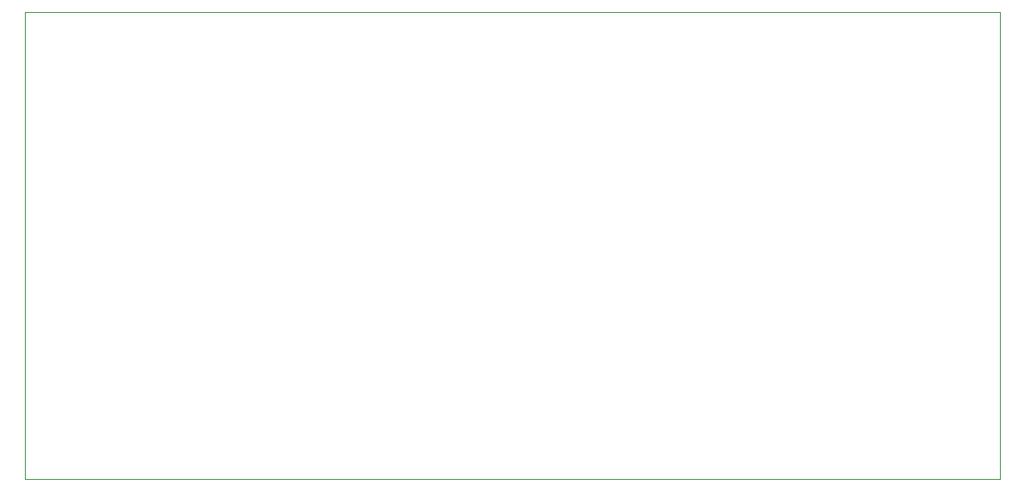
<source format=gbr>
%TF.GenerationSoftware,Altium Limited,Altium Designer,24.3.1 (35)*%
G04 Layer_Color=0*
%FSLAX45Y45*%
%MOMM*%
%TF.SameCoordinates,C12ACCCC-6258-4ABC-958C-20978443E832*%
%TF.FilePolarity,Positive*%
%TF.FileFunction,Profile,NP*%
%TF.Part,Single*%
G01*
G75*
%TA.AperFunction,Profile*%
%ADD26C,0.02540*%
D26*
X4457700Y4686300D02*
X14071600D01*
Y9296400D01*
X4457700D01*
Y4686300D01*
%TF.MD5,b3cc054fddab3711180d07a5daeffbc8*%
M02*

</source>
